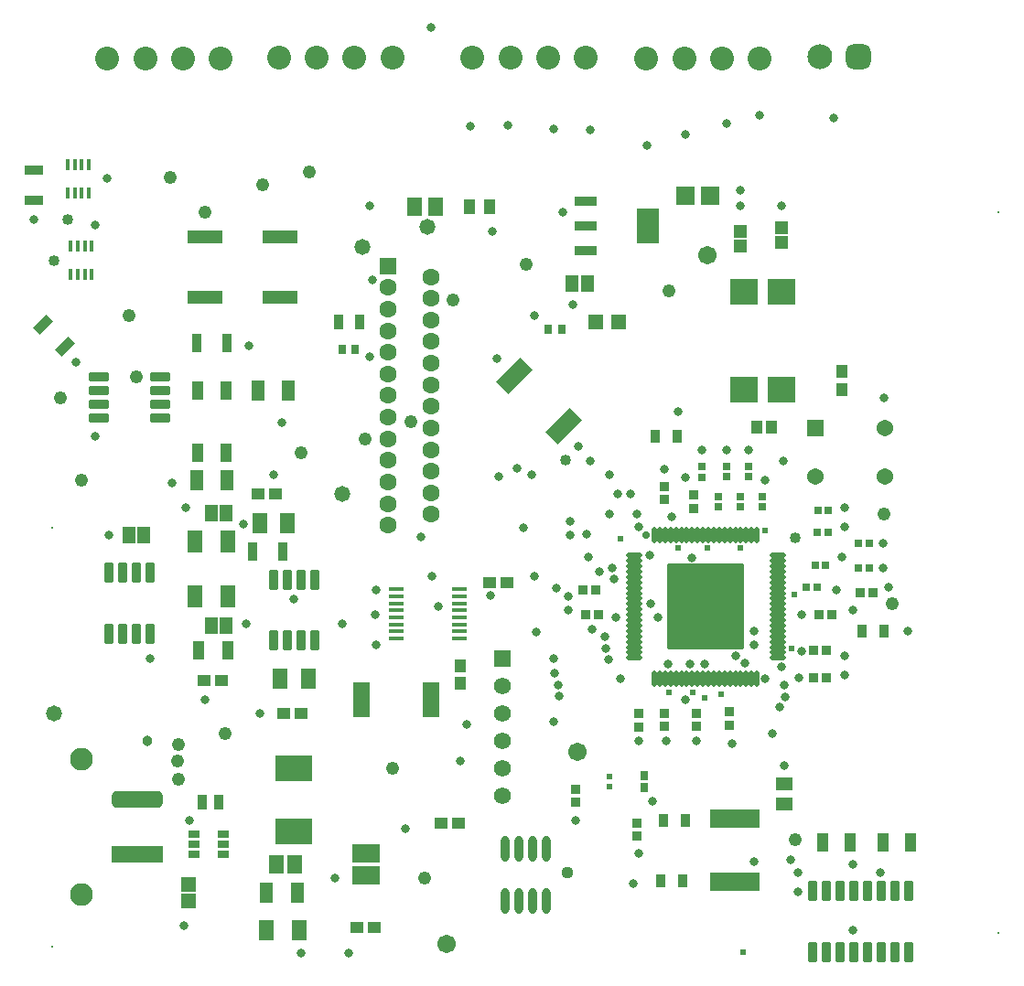
<source format=gbr>
G04*
G04 #@! TF.GenerationSoftware,Altium Limited,Altium Designer,25.2.1 (25)*
G04*
G04 Layer_Color=8388736*
%FSLAX25Y25*%
%MOIN*%
G70*
G04*
G04 #@! TF.SameCoordinates,93333BF9-B9FA-480E-9F15-3530D08D3613*
G04*
G04*
G04 #@! TF.FilePolarity,Negative*
G04*
G01*
G75*
%ADD18R,0.04758X0.03985*%
%ADD20R,0.08465X0.12795*%
%ADD21R,0.08465X0.03740*%
G04:AMPARAMS|DCode=22|XSize=62.99mil|YSize=125.98mil|CornerRadius=0mil|HoleSize=0mil|Usage=FLASHONLY|Rotation=315.000|XOffset=0mil|YOffset=0mil|HoleType=Round|Shape=Rectangle|*
%AMROTATEDRECTD22*
4,1,4,-0.06681,-0.02227,0.02227,0.06681,0.06681,0.02227,-0.02227,-0.06681,-0.06681,-0.02227,0.0*
%
%ADD22ROTATEDRECTD22*%

%ADD23R,0.03963X0.05544*%
%ADD24R,0.05800X0.01400*%
%ADD26R,0.06299X0.12598*%
%ADD28R,0.04134X0.07087*%
%ADD29R,0.01797X0.03928*%
%ADD31R,0.02894X0.03394*%
%ADD35R,0.06693X0.03740*%
%ADD37R,0.03740X0.06693*%
%ADD41R,0.03985X0.04758*%
%ADD44R,0.02953X0.03543*%
%ADD45R,0.03740X0.05709*%
G04:AMPARAMS|DCode=47|XSize=37.4mil|YSize=66.93mil|CornerRadius=0mil|HoleSize=0mil|Usage=FLASHONLY|Rotation=315.000|XOffset=0mil|YOffset=0mil|HoleType=Round|Shape=Rectangle|*
%AMROTATEDRECTD47*
4,1,4,-0.03689,-0.01044,0.01044,0.03689,0.03689,0.01044,-0.01044,-0.03689,-0.03689,-0.01044,0.0*
%
%ADD47ROTATEDRECTD47*%

%ADD48R,0.12828X0.04550*%
%ADD50R,0.03568X0.03563*%
%ADD51R,0.03563X0.03568*%
%ADD52R,0.02648X0.02816*%
%ADD53R,0.02816X0.02648*%
%ADD54R,0.04182X0.04560*%
%ADD55R,0.03765X0.04749*%
%ADD56R,0.06905X0.07111*%
%ADD58R,0.05339X0.07316*%
G04:AMPARAMS|DCode=59|XSize=43.31mil|YSize=23.62mil|CornerRadius=2.01mil|HoleSize=0mil|Usage=FLASHONLY|Rotation=0.000|XOffset=0mil|YOffset=0mil|HoleType=Round|Shape=RoundedRectangle|*
%AMROUNDEDRECTD59*
21,1,0.04331,0.01961,0,0,0.0*
21,1,0.03929,0.02362,0,0,0.0*
1,1,0.00402,0.01965,-0.00980*
1,1,0.00402,-0.01965,-0.00980*
1,1,0.00402,-0.01965,0.00980*
1,1,0.00402,0.01965,0.00980*
%
%ADD59ROUNDEDRECTD59*%
%ADD62R,0.03740X0.05315*%
%ADD63R,0.10261X0.06704*%
%ADD65R,0.02254X0.02423*%
%ADD67R,0.05733X0.05426*%
%ADD69R,0.13500X0.09500*%
%ADD72O,0.03162X0.09461*%
%ADD73R,0.05524X0.06509*%
%ADD74R,0.09855X0.09461*%
%ADD75R,0.05524X0.05524*%
G04:AMPARAMS|DCode=76|XSize=279.65mil|YSize=311.15mil|CornerRadius=5.36mil|HoleSize=0mil|Usage=FLASHONLY|Rotation=180.000|XOffset=0mil|YOffset=0mil|HoleType=Round|Shape=RoundedRectangle|*
%AMROUNDEDRECTD76*
21,1,0.27965,0.30043,0,0,180.0*
21,1,0.26894,0.31115,0,0,180.0*
1,1,0.01072,-0.13447,0.15022*
1,1,0.01072,0.13447,0.15022*
1,1,0.01072,0.13447,-0.15022*
1,1,0.01072,-0.13447,-0.15022*
%
%ADD76ROUNDEDRECTD76*%
G04:AMPARAMS|DCode=77|XSize=17.84mil|YSize=59.18mil|CornerRadius=5.97mil|HoleSize=0mil|Usage=FLASHONLY|Rotation=180.000|XOffset=0mil|YOffset=0mil|HoleType=Round|Shape=RoundedRectangle|*
%AMROUNDEDRECTD77*
21,1,0.01784,0.04724,0,0,180.0*
21,1,0.00591,0.05918,0,0,180.0*
1,1,0.01194,-0.00295,0.02362*
1,1,0.01194,0.00295,0.02362*
1,1,0.01194,0.00295,-0.02362*
1,1,0.01194,-0.00295,-0.02362*
%
%ADD77ROUNDEDRECTD77*%
G04:AMPARAMS|DCode=78|XSize=17.84mil|YSize=59.18mil|CornerRadius=5.97mil|HoleSize=0mil|Usage=FLASHONLY|Rotation=270.000|XOffset=0mil|YOffset=0mil|HoleType=Round|Shape=RoundedRectangle|*
%AMROUNDEDRECTD78*
21,1,0.01784,0.04724,0,0,270.0*
21,1,0.00591,0.05918,0,0,270.0*
1,1,0.01194,-0.02362,-0.00295*
1,1,0.01194,-0.02362,0.00295*
1,1,0.01194,0.02362,0.00295*
1,1,0.01194,0.02362,-0.00295*
%
%ADD78ROUNDEDRECTD78*%
%ADD79R,0.03162X0.03753*%
%ADD80R,0.05524X0.07690*%
%ADD81R,0.05721X0.07887*%
G04:AMPARAMS|DCode=82|XSize=33.59mil|YSize=72.96mil|CornerRadius=5.92mil|HoleSize=0mil|Usage=FLASHONLY|Rotation=180.000|XOffset=0mil|YOffset=0mil|HoleType=Round|Shape=RoundedRectangle|*
%AMROUNDEDRECTD82*
21,1,0.03359,0.06112,0,0,180.0*
21,1,0.02175,0.07296,0,0,180.0*
1,1,0.01184,-0.01088,0.03056*
1,1,0.01184,0.01088,0.03056*
1,1,0.01184,0.01088,-0.03056*
1,1,0.01184,-0.01088,-0.03056*
%
%ADD82ROUNDEDRECTD82*%
%ADD83R,0.04343X0.06902*%
%ADD84R,0.04540X0.07493*%
G04:AMPARAMS|DCode=85|XSize=33.59mil|YSize=72.96mil|CornerRadius=5.92mil|HoleSize=0mil|Usage=FLASHONLY|Rotation=90.000|XOffset=0mil|YOffset=0mil|HoleType=Round|Shape=RoundedRectangle|*
%AMROUNDEDRECTD85*
21,1,0.03359,0.06112,0,0,90.0*
21,1,0.02175,0.07296,0,0,90.0*
1,1,0.01184,0.03056,0.01088*
1,1,0.01184,0.03056,-0.01088*
1,1,0.01184,-0.03056,-0.01088*
1,1,0.01184,-0.03056,0.01088*
%
%ADD85ROUNDEDRECTD85*%
%ADD86R,0.05131X0.06115*%
%ADD87R,0.04934X0.04934*%
G04:AMPARAMS|DCode=88|XSize=63.12mil|YSize=185.17mil|CornerRadius=17.78mil|HoleSize=0mil|Usage=FLASHONLY|Rotation=270.000|XOffset=0mil|YOffset=0mil|HoleType=Round|Shape=RoundedRectangle|*
%AMROUNDEDRECTD88*
21,1,0.06312,0.14961,0,0,270.0*
21,1,0.02756,0.18517,0,0,270.0*
1,1,0.03556,-0.07480,-0.01378*
1,1,0.03556,-0.07480,0.01378*
1,1,0.03556,0.07480,0.01378*
1,1,0.03556,0.07480,-0.01378*
%
%ADD88ROUNDEDRECTD88*%
%ADD89R,0.18517X0.06312*%
%ADD90R,0.02572X0.06607*%
%ADD91R,0.03950X0.04540*%
%ADD92R,0.06115X0.04737*%
%ADD93R,0.05131X0.07493*%
%ADD94R,0.05721X0.06509*%
%ADD95C,0.09068*%
G04:AMPARAMS|DCode=96|XSize=90.68mil|YSize=90.68mil|CornerRadius=24.67mil|HoleSize=0mil|Usage=FLASHONLY|Rotation=180.000|XOffset=0mil|YOffset=0mil|HoleType=Round|Shape=RoundedRectangle|*
%AMROUNDEDRECTD96*
21,1,0.09068,0.04134,0,0,180.0*
21,1,0.04134,0.09068,0,0,180.0*
1,1,0.04934,-0.02067,0.02067*
1,1,0.04934,0.02067,0.02067*
1,1,0.04934,0.02067,-0.02067*
1,1,0.04934,-0.02067,-0.02067*
%
%ADD96ROUNDEDRECTD96*%
%ADD97C,0.08674*%
%ADD98R,0.06292X0.06292*%
%ADD99C,0.06292*%
%ADD100C,0.00800*%
%ADD101C,0.06181*%
%ADD102R,0.06181X0.06181*%
%ADD103C,0.06706*%
%ADD104C,0.08280*%
%ADD105R,0.06063X0.06063*%
%ADD106C,0.06063*%
%ADD107C,0.03800*%
%ADD108C,0.03200*%
%ADD109C,0.04400*%
%ADD110C,0.02400*%
%ADD111C,0.04800*%
%ADD112C,0.02800*%
%ADD113C,0.04000*%
%ADD114C,0.02769*%
%ADD115C,0.05800*%
D18*
X156000Y55000D02*
D03*
X162314D02*
D03*
X125343Y17000D02*
D03*
X131657D02*
D03*
X89343Y175000D02*
D03*
X95657D02*
D03*
X105000Y95000D02*
D03*
X98686D02*
D03*
X180000Y142500D02*
D03*
X173686D02*
D03*
X69843Y107000D02*
D03*
X76157D02*
D03*
D20*
X231500Y272500D02*
D03*
D21*
X208665Y263445D02*
D03*
Y272500D02*
D03*
Y281555D02*
D03*
D22*
X200748Y199652D02*
D03*
X182652Y217748D02*
D03*
D23*
X173844Y279500D02*
D03*
X166357D02*
D03*
D24*
X162831Y140059D02*
D03*
Y137500D02*
D03*
Y134941D02*
D03*
Y132382D02*
D03*
Y129823D02*
D03*
Y127264D02*
D03*
Y124705D02*
D03*
Y122146D02*
D03*
X139831D02*
D03*
Y124705D02*
D03*
Y127264D02*
D03*
Y129823D02*
D03*
Y132382D02*
D03*
Y134941D02*
D03*
Y137500D02*
D03*
Y140059D02*
D03*
D26*
X126905Y100000D02*
D03*
X152495D02*
D03*
D28*
X305020Y48000D02*
D03*
X294980D02*
D03*
X316976D02*
D03*
X327016D02*
D03*
D29*
X27677Y295000D02*
D03*
X25118D02*
D03*
X22559D02*
D03*
X20000D02*
D03*
Y284572D02*
D03*
X22559D02*
D03*
X25118D02*
D03*
X27677D02*
D03*
X28839Y254786D02*
D03*
X26280D02*
D03*
X23720D02*
D03*
X21161D02*
D03*
Y265214D02*
D03*
X23720D02*
D03*
X26280D02*
D03*
X28839D02*
D03*
D31*
X199923Y235000D02*
D03*
X195077D02*
D03*
D35*
X7600Y292912D02*
D03*
Y281888D02*
D03*
D37*
X98512Y154000D02*
D03*
X87488D02*
D03*
X66988Y230000D02*
D03*
X78012D02*
D03*
D41*
X163000Y105843D02*
D03*
Y112157D02*
D03*
D44*
X120000Y227500D02*
D03*
X124724D02*
D03*
D45*
X118661Y237500D02*
D03*
X126339D02*
D03*
D47*
X18897Y228603D02*
D03*
X11103Y236397D02*
D03*
D48*
X70000Y268529D02*
D03*
Y246472D02*
D03*
X97500D02*
D03*
Y268529D02*
D03*
D50*
X237500Y172771D02*
D03*
Y177500D02*
D03*
X249000Y90136D02*
D03*
Y94864D02*
D03*
X261000Y90636D02*
D03*
Y95364D02*
D03*
X228000Y90000D02*
D03*
Y94729D02*
D03*
X237500Y90136D02*
D03*
Y94864D02*
D03*
X248000Y174364D02*
D03*
Y169635D02*
D03*
X205000Y62500D02*
D03*
Y67229D02*
D03*
X227500Y50271D02*
D03*
Y55000D02*
D03*
D51*
X291636Y118000D02*
D03*
X296364D02*
D03*
X207771Y140000D02*
D03*
X212500D02*
D03*
X208636Y131000D02*
D03*
X213364D02*
D03*
X298364D02*
D03*
X293636D02*
D03*
X313364Y139000D02*
D03*
X308636D02*
D03*
X296364Y108000D02*
D03*
X291636D02*
D03*
D52*
X260000Y181116D02*
D03*
Y184884D02*
D03*
X265000Y170116D02*
D03*
Y173884D02*
D03*
X257000Y170116D02*
D03*
Y173884D02*
D03*
X251000Y181000D02*
D03*
Y184768D02*
D03*
X273000Y170232D02*
D03*
Y174000D02*
D03*
X268000Y181116D02*
D03*
Y184884D02*
D03*
D53*
X289116Y141000D02*
D03*
X292884D02*
D03*
X308116Y148000D02*
D03*
X311884D02*
D03*
X292232Y149000D02*
D03*
X296000D02*
D03*
X308116Y157000D02*
D03*
X311884D02*
D03*
X293116Y161000D02*
D03*
X296884D02*
D03*
X293232Y169000D02*
D03*
X297000D02*
D03*
D54*
X302000Y213000D02*
D03*
Y219512D02*
D03*
D55*
X309429Y125000D02*
D03*
X317500D02*
D03*
X242035Y196000D02*
D03*
X233965D02*
D03*
X236929Y56000D02*
D03*
X245000D02*
D03*
X235965Y34000D02*
D03*
X244035D02*
D03*
D56*
X244870Y283500D02*
D03*
X254130D02*
D03*
D58*
X92492Y16000D02*
D03*
X104508D02*
D03*
D59*
X76630Y50980D02*
D03*
Y47240D02*
D03*
Y43500D02*
D03*
X66000Y50980D02*
D03*
Y47240D02*
D03*
Y43500D02*
D03*
D62*
X69095Y62500D02*
D03*
X75000D02*
D03*
D63*
X128558Y44000D02*
D03*
Y35728D02*
D03*
D65*
X217500Y68313D02*
D03*
Y71687D02*
D03*
D67*
X64000Y26484D02*
D03*
Y32500D02*
D03*
D69*
X102500Y52000D02*
D03*
Y75000D02*
D03*
D72*
X179500Y26551D02*
D03*
X184500D02*
D03*
X189500D02*
D03*
X194500D02*
D03*
X179500Y45449D02*
D03*
X184500D02*
D03*
X189500D02*
D03*
X194500D02*
D03*
D73*
X146263Y279400D02*
D03*
X154137D02*
D03*
D74*
X266329Y248433D02*
D03*
Y213000D02*
D03*
X280108D02*
D03*
Y248433D02*
D03*
D75*
X220768Y237500D02*
D03*
X212500D02*
D03*
D76*
X252401Y133747D02*
D03*
D77*
X271101Y107566D02*
D03*
X269133D02*
D03*
X267164D02*
D03*
X265196D02*
D03*
X263227D02*
D03*
X261259D02*
D03*
X259290D02*
D03*
X257322D02*
D03*
X255353D02*
D03*
X253385D02*
D03*
X251416D02*
D03*
X249448D02*
D03*
X247479D02*
D03*
X245511D02*
D03*
X243542D02*
D03*
X241574D02*
D03*
X239605D02*
D03*
X237637D02*
D03*
X235668D02*
D03*
X233700D02*
D03*
Y159928D02*
D03*
X235668D02*
D03*
X237637D02*
D03*
X239605D02*
D03*
X241574D02*
D03*
X243542D02*
D03*
X245511D02*
D03*
X247479D02*
D03*
X249448D02*
D03*
X251416D02*
D03*
X253385D02*
D03*
X255353D02*
D03*
X257322D02*
D03*
X259290D02*
D03*
X261259D02*
D03*
X263227D02*
D03*
X265196D02*
D03*
X267164D02*
D03*
X269133D02*
D03*
X271101D02*
D03*
D78*
X226220Y115046D02*
D03*
Y117015D02*
D03*
Y118983D02*
D03*
Y120952D02*
D03*
Y122920D02*
D03*
Y124889D02*
D03*
Y126857D02*
D03*
Y128826D02*
D03*
Y130794D02*
D03*
Y132763D02*
D03*
Y134731D02*
D03*
Y136700D02*
D03*
Y138668D02*
D03*
Y140637D02*
D03*
Y142605D02*
D03*
Y144574D02*
D03*
Y146542D02*
D03*
Y148511D02*
D03*
Y150479D02*
D03*
Y152448D02*
D03*
X278582D02*
D03*
Y150479D02*
D03*
Y148511D02*
D03*
Y146542D02*
D03*
Y144574D02*
D03*
Y142605D02*
D03*
Y140637D02*
D03*
Y138668D02*
D03*
Y136700D02*
D03*
Y134731D02*
D03*
Y132763D02*
D03*
Y130794D02*
D03*
Y128826D02*
D03*
Y126857D02*
D03*
Y124889D02*
D03*
Y122920D02*
D03*
Y120952D02*
D03*
Y118983D02*
D03*
Y117015D02*
D03*
Y115046D02*
D03*
D79*
X230000Y72165D02*
D03*
Y67835D02*
D03*
D80*
X100118Y164072D02*
D03*
X89882D02*
D03*
X97500Y107500D02*
D03*
X107736D02*
D03*
D81*
X78504Y137500D02*
D03*
X66496D02*
D03*
Y157500D02*
D03*
X78504D02*
D03*
D82*
X35000Y123878D02*
D03*
X40000D02*
D03*
X45000D02*
D03*
X50000D02*
D03*
X35000Y146122D02*
D03*
X40000D02*
D03*
X45000D02*
D03*
X50000D02*
D03*
X95000Y121378D02*
D03*
X100000D02*
D03*
X105000D02*
D03*
X110000D02*
D03*
X95000Y143622D02*
D03*
X100000D02*
D03*
X105000D02*
D03*
X110000D02*
D03*
X291500Y7878D02*
D03*
X296500D02*
D03*
X301500D02*
D03*
X306500D02*
D03*
X311500D02*
D03*
X316500D02*
D03*
X321500D02*
D03*
X326500D02*
D03*
X291500Y30122D02*
D03*
X296500D02*
D03*
X301500D02*
D03*
X306500D02*
D03*
X311500D02*
D03*
X316500D02*
D03*
X321500D02*
D03*
X326500D02*
D03*
D83*
X77716Y212500D02*
D03*
X67283D02*
D03*
X77716Y190000D02*
D03*
X67283D02*
D03*
X78216Y118000D02*
D03*
X67783D02*
D03*
D84*
X100512Y212500D02*
D03*
X89488D02*
D03*
X66988Y180000D02*
D03*
X78012D02*
D03*
D85*
X53622Y202500D02*
D03*
Y207500D02*
D03*
Y212500D02*
D03*
Y217500D02*
D03*
X31378Y202500D02*
D03*
Y207500D02*
D03*
Y212500D02*
D03*
Y217500D02*
D03*
D86*
X72244Y168000D02*
D03*
X77756D02*
D03*
X42244Y160000D02*
D03*
X47756D02*
D03*
X209256Y251500D02*
D03*
X203744D02*
D03*
X72244Y127000D02*
D03*
X77756D02*
D03*
D87*
X280000Y266500D02*
D03*
Y271815D02*
D03*
X265000Y265125D02*
D03*
Y270440D02*
D03*
D88*
X45276Y63342D02*
D03*
D89*
Y43657D02*
D03*
D90*
X255323Y33433D02*
D03*
X257882D02*
D03*
X260441D02*
D03*
X263000D02*
D03*
X265559D02*
D03*
X268118D02*
D03*
X270677D02*
D03*
Y56567D02*
D03*
X268118D02*
D03*
X265559D02*
D03*
X263000D02*
D03*
X260441D02*
D03*
X257882D02*
D03*
X255323D02*
D03*
D91*
X276315Y199190D02*
D03*
X271000D02*
D03*
D92*
X281000Y69087D02*
D03*
Y62000D02*
D03*
D93*
X92291Y29500D02*
D03*
X103709D02*
D03*
D94*
X102693Y40000D02*
D03*
X96000D02*
D03*
D95*
X294110Y334150D02*
D03*
D96*
X307890D02*
D03*
D97*
X75800Y333500D02*
D03*
X62020D02*
D03*
X48241D02*
D03*
X34461D02*
D03*
X272139Y333600D02*
D03*
X258359D02*
D03*
X244580D02*
D03*
X230800D02*
D03*
X208859Y334000D02*
D03*
X195080D02*
D03*
X181300D02*
D03*
X167520D02*
D03*
X138261Y333800D02*
D03*
X124482D02*
D03*
X110702D02*
D03*
X96923D02*
D03*
D98*
X136752Y257933D02*
D03*
D99*
Y250059D02*
D03*
Y242185D02*
D03*
Y234311D02*
D03*
Y226437D02*
D03*
Y218563D02*
D03*
Y210689D02*
D03*
Y202815D02*
D03*
Y194941D02*
D03*
Y187067D02*
D03*
Y179193D02*
D03*
Y171319D02*
D03*
Y163445D02*
D03*
X152500Y253996D02*
D03*
Y246122D02*
D03*
Y238248D02*
D03*
Y230374D02*
D03*
Y222500D02*
D03*
Y214626D02*
D03*
Y206752D02*
D03*
Y198878D02*
D03*
Y191004D02*
D03*
Y183130D02*
D03*
Y175256D02*
D03*
Y167382D02*
D03*
D100*
X14500Y10000D02*
D03*
X359200Y277500D02*
D03*
Y14800D02*
D03*
X14500Y162500D02*
D03*
D101*
X178500Y65000D02*
D03*
Y75000D02*
D03*
Y85000D02*
D03*
Y95000D02*
D03*
Y105000D02*
D03*
D102*
Y115000D02*
D03*
D103*
X157900Y10700D02*
D03*
X205600Y80900D02*
D03*
X253100Y262000D02*
D03*
D104*
X25000Y78303D02*
D03*
Y28697D02*
D03*
D105*
X292205Y198858D02*
D03*
D106*
X317795D02*
D03*
X292205Y181142D02*
D03*
X317795D02*
D03*
D107*
X49000Y85000D02*
D03*
D108*
X143000Y53000D02*
D03*
X155000Y133700D02*
D03*
X189000Y182000D02*
D03*
X299000Y312000D02*
D03*
X272000Y313000D02*
D03*
X260000Y310000D02*
D03*
X245000Y306000D02*
D03*
X231000Y302000D02*
D03*
X210400Y307581D02*
D03*
X200401Y277399D02*
D03*
X204000Y244000D02*
D03*
X197000Y307800D02*
D03*
X180400Y309200D02*
D03*
X174700Y270600D02*
D03*
X183625Y184244D02*
D03*
X176300Y224100D02*
D03*
X190000Y240000D02*
D03*
X166800Y308700D02*
D03*
X7800Y275000D02*
D03*
X152300Y344900D02*
D03*
X232200Y152400D02*
D03*
X148700Y159200D02*
D03*
X152800Y144800D02*
D03*
X165400Y90800D02*
D03*
X163200Y77600D02*
D03*
X177000Y181100D02*
D03*
X210400Y186900D02*
D03*
X186100Y162400D02*
D03*
X218500Y147900D02*
D03*
X219000Y143800D02*
D03*
X213600Y146500D02*
D03*
X209600Y152000D02*
D03*
X217500Y181800D02*
D03*
X206000Y192100D02*
D03*
X209200Y160100D02*
D03*
X203000Y160000D02*
D03*
X198100Y140400D02*
D03*
X203000Y165000D02*
D03*
X130000Y280000D02*
D03*
X265125D02*
D03*
Y285400D02*
D03*
X280000Y280000D02*
D03*
X197300Y109500D02*
D03*
X198800Y105200D02*
D03*
X199100Y101200D02*
D03*
X216975Y114400D02*
D03*
X219600Y129900D02*
D03*
X238700Y112690D02*
D03*
X252100D02*
D03*
X246600D02*
D03*
X270187Y124912D02*
D03*
X263300Y115700D02*
D03*
X281400Y101000D02*
D03*
X286400Y107675D02*
D03*
X274100Y107500D02*
D03*
X279300Y97100D02*
D03*
X281000Y105200D02*
D03*
X227500Y167500D02*
D03*
X217500D02*
D03*
X240200Y166500D02*
D03*
X228000Y163000D02*
D03*
X224900Y174875D02*
D03*
X220400Y174700D02*
D03*
X215600Y122875D02*
D03*
X211000Y125500D02*
D03*
X216100Y118600D02*
D03*
X190600Y124400D02*
D03*
X326000Y125000D02*
D03*
X266700Y113200D02*
D03*
X303100Y108700D02*
D03*
X280000Y111800D02*
D03*
X276800Y87400D02*
D03*
X197000Y91700D02*
D03*
X245000Y100000D02*
D03*
X34500Y289900D02*
D03*
X247400Y151500D02*
D03*
X63000Y170000D02*
D03*
X283500Y41500D02*
D03*
X122500Y7500D02*
D03*
X287500Y131000D02*
D03*
X306000Y132500D02*
D03*
X237500Y183771D02*
D03*
X270033Y120000D02*
D03*
X280800Y187000D02*
D03*
X102500Y136500D02*
D03*
X64500Y56000D02*
D03*
X232500Y135000D02*
D03*
X287500Y117500D02*
D03*
X303000Y116000D02*
D03*
X270000Y41000D02*
D03*
X281000Y76000D02*
D03*
X233000Y63000D02*
D03*
X120000Y127500D02*
D03*
X205000Y56000D02*
D03*
X228000Y85000D02*
D03*
X249000D02*
D03*
X238000D02*
D03*
X132000Y131000D02*
D03*
X174000Y138000D02*
D03*
X131000Y253000D02*
D03*
X84000Y164000D02*
D03*
X98000Y201000D02*
D03*
X30000Y273000D02*
D03*
X23000Y223000D02*
D03*
X274000Y180000D02*
D03*
X268000Y191000D02*
D03*
X260000D02*
D03*
X251000D02*
D03*
X245000Y181000D02*
D03*
X302000Y152000D02*
D03*
X300000Y140000D02*
D03*
X228000Y44000D02*
D03*
X262000Y84000D02*
D03*
X303000Y170000D02*
D03*
Y163000D02*
D03*
X319000Y141000D02*
D03*
X317000Y148000D02*
D03*
Y157000D02*
D03*
X226000Y33000D02*
D03*
X306000Y16000D02*
D03*
X286000Y30000D02*
D03*
X95000Y182000D02*
D03*
X130000Y225000D02*
D03*
X86000Y229000D02*
D03*
X58000Y179000D02*
D03*
X30000Y196000D02*
D03*
X317500Y210000D02*
D03*
X242500Y205000D02*
D03*
X202500Y132500D02*
D03*
Y137500D02*
D03*
X190000Y145000D02*
D03*
X132500Y140000D02*
D03*
Y120000D02*
D03*
X70000Y100000D02*
D03*
X85000Y127500D02*
D03*
X50000Y115000D02*
D03*
X35000Y160000D02*
D03*
X90000Y95000D02*
D03*
X117500Y35000D02*
D03*
X62500Y17500D02*
D03*
X105000Y7500D02*
D03*
X235000Y130000D02*
D03*
X286000Y37000D02*
D03*
X197000Y115000D02*
D03*
X316000Y37000D02*
D03*
X306000Y40000D02*
D03*
X221500Y107500D02*
D03*
D109*
X202000Y37000D02*
D03*
D110*
X266000Y8000D02*
D03*
X221225Y158625D02*
D03*
X253100Y155200D02*
D03*
X264900D02*
D03*
X284800Y138200D02*
D03*
X283566Y118629D02*
D03*
X258000Y102000D02*
D03*
X252200Y100400D02*
D03*
X247600Y102600D02*
D03*
X242300Y155100D02*
D03*
X239000Y102500D02*
D03*
X274000Y161500D02*
D03*
D111*
X239000Y249000D02*
D03*
X187000Y258500D02*
D03*
X144900Y201100D02*
D03*
X160500Y245400D02*
D03*
X138500Y75000D02*
D03*
X57400Y290100D02*
D03*
X108200Y292200D02*
D03*
X91200Y287400D02*
D03*
X60500Y71000D02*
D03*
Y83500D02*
D03*
X60000Y77500D02*
D03*
X285000Y49000D02*
D03*
X150000Y35000D02*
D03*
X70000Y277500D02*
D03*
X105000Y190000D02*
D03*
X17500Y210000D02*
D03*
X42500Y240000D02*
D03*
X45000Y217500D02*
D03*
X25000Y180000D02*
D03*
X77500Y87500D02*
D03*
X320301Y134886D02*
D03*
X317500Y167500D02*
D03*
X128500Y195000D02*
D03*
D112*
X230600Y159900D02*
D03*
D113*
X201300Y187200D02*
D03*
X285000Y159000D02*
D03*
X20000Y275000D02*
D03*
X15000Y260000D02*
D03*
D114*
X241574Y146739D02*
D03*
X245904D02*
D03*
X250235D02*
D03*
X254566D02*
D03*
X258897D02*
D03*
X263227D02*
D03*
X241574Y142408D02*
D03*
X245904Y142408D02*
D03*
X250235Y142408D02*
D03*
X254566D02*
D03*
X258897D02*
D03*
X263227D02*
D03*
X241574Y138078D02*
D03*
X245904D02*
D03*
X250235D02*
D03*
X254566D02*
D03*
X258897D02*
D03*
X263227D02*
D03*
X241574Y133747D02*
D03*
X245904D02*
D03*
X250235D02*
D03*
X254566D02*
D03*
X258897D02*
D03*
X263227D02*
D03*
X241574Y129416D02*
D03*
X245904D02*
D03*
X250235D02*
D03*
X254566D02*
D03*
X258897D02*
D03*
X263227D02*
D03*
X241574Y125086D02*
D03*
X245904D02*
D03*
X250235D02*
D03*
X254566D02*
D03*
X258897D02*
D03*
X263227D02*
D03*
X241574Y120755D02*
D03*
X245904D02*
D03*
X250235Y120755D02*
D03*
X254566Y120755D02*
D03*
X258897D02*
D03*
X263227D02*
D03*
D115*
X151000Y272100D02*
D03*
X127500Y265000D02*
D03*
X120000Y175000D02*
D03*
X15000Y95000D02*
D03*
M02*

</source>
